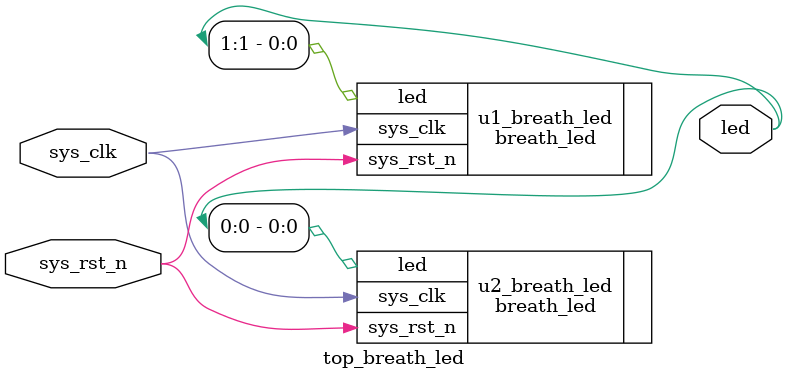
<source format=v>
module top_breath_led(
    input               sys_clk,
    input               sys_rst_n,
    output wire [1:0]   led
);

parameter CNT_1US_MAX = 7'd50;
parameter CNT_1MS_MAX = 10'd1000;
parameter CNT_1S_MAX  = 10'd1000;


parameter CNT_2US_MAX = 7'd100;
parameter CNT_2MS_MAX = 10'd1000;
parameter CNT_2S_MAX  = 10'd1000;

//µÚÒ»¸öµÆÒÔ2sËÙÂÊ
breath_led #(
    .CNT_2US_MAX (CNT_2US_MAX),
    .CNT_2MS_MAX (CNT_2MS_MAX),
    .CNT_2S_MAX  (CNT_2S_MAX )
    )
u1_breath_led(
    .sys_clk    (sys_clk  ),
    .sys_rst_n  (sys_rst_n),  
    .led        (led[1]   )
    );


//µÚ¶þ¸öµÆÒÔ1sËÙÂÊ
breath_led #(
    .CNT_2US_MAX (CNT_1US_MAX),
    .CNT_2MS_MAX (CNT_1MS_MAX),
    .CNT_2S_MAX  (CNT_1S_MAX )
    )
u2_breath_led(
    .sys_clk    (sys_clk  ),
    .sys_rst_n  (sys_rst_n),  
    .led        (led[0]   )
    );

endmodule
</source>
